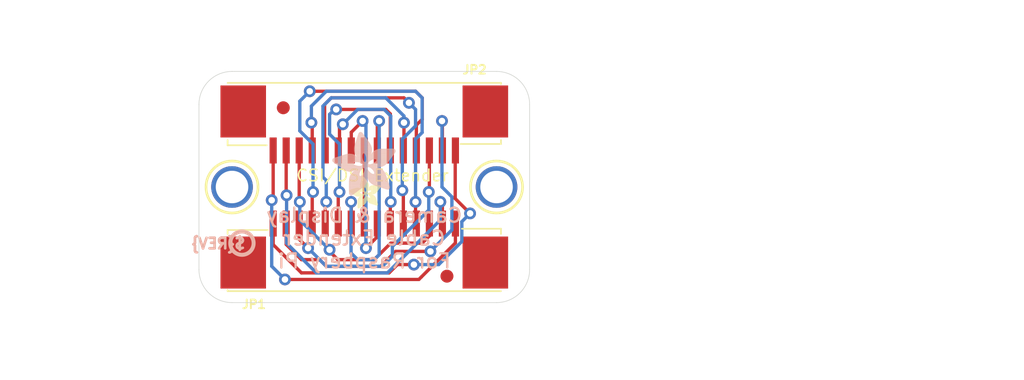
<source format=kicad_pcb>
(kicad_pcb (version 20221018) (generator pcbnew)
  (layers (0 "F.Cu" signal) (31 "B.Cu" signal) (34 "B.Paste" user) (35 "F.Paste" user) (36 "B.SilkS" user "B.Silkscreen") (37 "F.SilkS" user "F.Silkscreen") (38 "B.Mask" user) (39 "F.Mask" user) (44 "Edge.Cuts" user))
  (net 0 "")
  (net 1 "N$1")
  (net 2 "N$2")
  (net 3 "N$3")
  (net 4 "N$4")
  (net 5 "N$5")
  (net 6 "N$6")
  (net 7 "N$7")
  (net 8 "N$8")
  (net 9 "N$9")
  (net 10 "N$10")
  (net 11 "N$11")
  (net 12 "N$12")
  (net 13 "N$13")
  (net 14 "N$14")
  (net 15 "N$15")
  (footprint "working:FIDUCIAL_1MM" (layer "F.Cu") (at 154.8511 111.8616)
    (fp_text reference "FID1" hide)
    (fp_text value "FIDUCIAL_1MM" hide)
    (pad "1" smd roundrect (at 0 0) (size 1 1) (layers "F.Cu" "F.Mask") (roundrect_rratio 0.5))
  )
  (footprint "working:MOUNTINGHOLE_2.5_PLATED" (layer "F.Cu") (at 158.6611 105.0036)
    (fp_text reference "U$3" hide)
    (fp_text value "MOUNTINGHOLE2.5" hide)
    (pad "P$1" thru_hole circle (at 0 0) (size 3.2 3.2) (drill 2.5) (layers "*.Cu" "*.Mask"))
  )
  (footprint "working:FIDUCIAL_1MM" (layer "F.Cu") (at 142.2781 98.9076)
    (fp_text reference "FID2" hide)
    (fp_text value "FIDUCIAL_1MM" hide)
    (pad "1" smd roundrect (at 0 0) (size 1 1) (layers "F.Cu" "F.Mask") (roundrect_rratio 0.5))
  )
  (footprint "working:MOUNTINGHOLE_2.5_PLATED" (layer "F.Cu") (at 138.3411 105.0036)
    (fp_text reference "U$2" hide)
    (fp_text value "MOUNTINGHOLE2.5" hide)
    (pad "P$1" thru_hole circle (at 0 0) (size 3.2 3.2) (drill 2.5) (layers "*.Cu" "*.Mask"))
  )
  (footprint "working:ADAFRUIT_2.5MM" (layer "F.Cu") (at 149.7711 106.6546 90)
    (fp_text reference "U$4" hide)
    (fp_text value "" hide)
  )
  (footprint "working:FPC_15PIN_1.0MM" (layer "F.Cu") (at 148.5011 108.8136)
    (fp_text reference "JP1" (at -9.476 5.603) (layer "F.SilkS") (effects (font (size 0.666496 0.666496) (thickness 0.146304)) (justify left bottom)))
    (fp_text value "")
    (pad "1" smd rect (at -7 -1) (size 0.55 2) (layers "F.Cu" "F.Paste" "F.Mask") (net 1 "N$1"))
    (pad "2" smd rect (at -6 -1) (size 0.55 2) (layers "F.Cu" "F.Paste" "F.Mask") (net 2 "N$2"))
    (pad "3" smd rect (at -5 -1) (size 0.55 2) (layers "F.Cu" "F.Paste" "F.Mask") (net 3 "N$3"))
    (pad "4" smd rect (at -4 -1) (size 0.55 2) (layers "F.Cu" "F.Paste" "F.Mask") (net 4 "N$4"))
    (pad "5" smd rect (at -3 -1) (size 0.55 2) (layers "F.Cu" "F.Paste" "F.Mask") (net 5 "N$5"))
    (pad "6" smd rect (at -2 -1) (size 0.55 2) (layers "F.Cu" "F.Paste" "F.Mask") (net 6 "N$6"))
    (pad "7" smd rect (at -1 -1) (size 0.55 2) (layers "F.Cu" "F.Paste" "F.Mask") (net 7 "N$7"))
    (pad "8" smd rect (at 0 -1) (size 0.55 2) (layers "F.Cu" "F.Paste" "F.Mask") (net 8 "N$8"))
    (pad "9" smd rect (at 1 -1) (size 0.55 2) (layers "F.Cu" "F.Paste" "F.Mask") (net 9 "N$9"))
    (pad "10" smd rect (at 2 -1) (size 0.55 2) (layers "F.Cu" "F.Paste" "F.Mask") (net 10 "N$10"))
    (pad "11" smd rect (at 3 -1) (size 0.55 2) (layers "F.Cu" "F.Paste" "F.Mask") (net 11 "N$11"))
    (pad "12" smd rect (at 4 -1) (size 0.55 2) (layers "F.Cu" "F.Paste" "F.Mask") (net 12 "N$12"))
    (pad "13" smd rect (at 5 -1) (size 0.55 2) (layers "F.Cu" "F.Paste" "F.Mask") (net 13 "N$13"))
    (pad "14" smd rect (at 6 -1) (size 0.55 2) (layers "F.Cu" "F.Paste" "F.Mask") (net 14 "N$14"))
    (pad "15" smd rect (at 7 -1) (size 0.55 2) (layers "F.Cu" "F.Paste" "F.Mask") (net 15 "N$15"))
    (pad "M1" smd rect (at -9.3 2 90) (size 4 3.5) (layers "F.Cu" "F.Paste" "F.Mask"))
    (pad "M2" smd rect (at 9.3 2 90) (size 4 3.5) (layers "F.Cu" "F.Paste" "F.Mask"))
  )
  (footprint "working:FPC_15PIN_1.0MM" (layer "F.Cu") (at 148.5011 101.1936 180)
    (fp_text reference "JP2" (at -9.476 5.603 180) (layer "F.SilkS") (effects (font (size 0.666496 0.666496) (thickness 0.146304)) (justify right top)))
    (fp_text value "")
    (pad "1" smd rect (at -7 -1 180) (size 0.55 2) (layers "F.Cu" "F.Paste" "F.Mask") (net 1 "N$1"))
    (pad "2" smd rect (at -6 -1 180) (size 0.55 2) (layers "F.Cu" "F.Paste" "F.Mask") (net 2 "N$2"))
    (pad "3" smd rect (at -5 -1 180) (size 0.55 2) (layers "F.Cu" "F.Paste" "F.Mask") (net 3 "N$3"))
    (pad "4" smd rect (at -4 -1 180) (size 0.55 2) (layers "F.Cu" "F.Paste" "F.Mask") (net 4 "N$4"))
    (pad "5" smd rect (at -3 -1 180) (size 0.55 2) (layers "F.Cu" "F.Paste" "F.Mask") (net 5 "N$5"))
    (pad "6" smd rect (at -2 -1 180) (size 0.55 2) (layers "F.Cu" "F.Paste" "F.Mask") (net 6 "N$6"))
    (pad "7" smd rect (at -1 -1 180) (size 0.55 2) (layers "F.Cu" "F.Paste" "F.Mask") (net 7 "N$7"))
    (pad "8" smd rect (at 0 -1 180) (size 0.55 2) (layers "F.Cu" "F.Paste" "F.Mask") (net 8 "N$8"))
    (pad "9" smd rect (at 1 -1 180) (size 0.55 2) (layers "F.Cu" "F.Paste" "F.Mask") (net 9 "N$9"))
    (pad "10" smd rect (at 2 -1 180) (size 0.55 2) (layers "F.Cu" "F.Paste" "F.Mask") (net 10 "N$10"))
    (pad "11" smd rect (at 3 -1 180) (size 0.55 2) (layers "F.Cu" "F.Paste" "F.Mask") (net 11 "N$11"))
    (pad "12" smd rect (at 4 -1 180) (size 0.55 2) (layers "F.Cu" "F.Paste" "F.Mask") (net 12 "N$12"))
    (pad "13" smd rect (at 5 -1 180) (size 0.55 2) (layers "F.Cu" "F.Paste" "F.Mask") (net 13 "N$13"))
    (pad "14" smd rect (at 6 -1 180) (size 0.55 2) (layers "F.Cu" "F.Paste" "F.Mask") (net 14 "N$14"))
    (pad "15" smd rect (at 7 -1 180) (size 0.55 2) (layers "F.Cu" "F.Paste" "F.Mask") (net 15 "N$15"))
    (pad "M1" smd rect (at -9.3 2 270) (size 4 3.5) (layers "F.Cu" "F.Paste" "F.Mask"))
    (pad "M2" smd rect (at 9.3 2 270) (size 4 3.5) (layers "F.Cu" "F.Paste" "F.Mask"))
  )
  (footprint "working:PCBFEAT-REV-040" (layer "B.Cu") (at 139.1031 109.3216 180)
    (fp_text reference "U$6" hide)
    (fp_text value "" hide)
    (fp_text user "${REV}" (at -0.3556 -0.508) (layer "B.SilkS") (effects (font (size 0.8128 0.8128) (thickness 0.2032)) (justify left bottom mirror)))
  )
  (footprint "working:ADAFRUIT_5MM" (layer "B.Cu") (at 150.9141 105.6386 180)
    (fp_text reference "U$5" hide)
    (fp_text value "" hide)
  )
  (gr_arc (start 158.6611 96.1136) (mid 160.457151 96.857549) (end 161.2011 98.6536) (stroke (width 0.05)) (layer "Edge.Cuts"))
  (gr_arc (start 135.8011 98.6536) (mid 136.545049 96.857549) (end 138.3411 96.1136) (stroke (width 0.05)) (layer "Edge.Cuts"))
  (gr_line (start 138.3411 113.8936) (end 158.6611 113.8936) (stroke (width 0.05)) (layer "Edge.Cuts"))
  (gr_arc (start 161.2011 111.3536) (mid 160.457151 113.149651) (end 158.6611 113.8936) (stroke (width 0.05)) (layer "Edge.Cuts"))
  (gr_arc (start 138.3411 113.8936) (mid 136.545049 113.149651) (end 135.8011 111.3536) (stroke (width 0.05)) (layer "Edge.Cuts"))
  (gr_line (start 161.2011 111.3536) (end 161.2011 98.6536) (stroke (width 0.05)) (layer "Edge.Cuts"))
  (gr_line (start 135.8011 98.6536) (end 135.8011 111.3536) (stroke (width 0.05)) (layer "Edge.Cuts"))
  (gr_line (start 158.6611 96.1136) (end 138.3411 96.1136) (stroke (width 0.05)) (layer "Edge.Cuts"))
  (gr_text "Camera & Display\nCable Extender\nFor Raspbery Pi" (at 148.5011 108.9406) (layer "B.SilkS") (effects (font (size 1.0922 1.0922) (thickness 0.1778)) (justify mirror)))
  (gr_text "CSI/DSI Extender" (at 149.1361 104.1146) (layer "F.SilkS") (effects (font (size 0.89408 0.89408) (thickness 0.12192))))
  (segment (start 141.5011 109.4336) (end 143.6751 111.6076) (width 0.254) (layer "F.Cu") (net 1))
  (segment (start 143.6751 111.6076) (end 150.4061 111.6076) (width 0.254) (layer "F.Cu") (net 1))
  (segment (start 151.0411 110.9726) (end 152.3111 110.9726) (width 0.254) (layer "F.Cu") (net 1))
  (segment (start 150.4061 111.6076) (end 151.0411 110.9726) (width 0.254) (layer "F.Cu") (net 1))
  (segment (start 155.4861 102.2086) (end 155.5011 102.1936) (width 0.254) (layer "F.Cu") (net 1))
  (segment (start 141.5011 107.8136) (end 141.5011 109.4336) (width 0.254) (layer "F.Cu") (net 1))
  (segment (start 155.4861 105.8926) (end 155.4861 102.2086) (width 0.254) (layer "F.Cu") (net 1))
  (segment (start 156.6291 107.0356) (end 155.4861 105.8926) (width 0.254) (layer "F.Cu") (net 1))
  (via (at 156.6291 107.0356) (size 0.9064) (drill 0.5) (layers "F.Cu" "B.Cu") (net 1))
  (via (at 152.3111 110.9726) (size 0.9064) (drill 0.5) (layers "F.Cu" "B.Cu") (net 1))
  (segment (start 155.9941 107.6706) (end 156.6291 107.0356) (width 0.254) (layer "B.Cu") (net 1))
  (segment (start 152.3111 110.9726) (end 154.2161 110.9726) (width 0.254) (layer "B.Cu") (net 1))
  (segment (start 155.9941 109.1946) (end 155.9941 107.6706) (width 0.254) (layer "B.Cu") (net 1))
  (segment (start 154.2161 110.9726) (end 155.9941 109.1946) (width 0.254) (layer "B.Cu") (net 1))
  (segment (start 143.6751 110.5916) (end 145.0721 110.5916) (width 0.254) (layer "F.Cu") (net 2))
  (segment (start 145.0721 110.5916) (end 145.5801 111.0996) (width 0.254) (layer "F.Cu") (net 2))
  (segment (start 154.4701 99.9236) (end 154.5011 99.9546) (width 0.254) (layer "F.Cu") (net 2))
  (segment (start 154.5011 99.9546) (end 154.5011 102.1936) (width 0.254) (layer "F.Cu") (net 2))
  (segment (start 149.7711 111.0996) (end 150.9141 109.9566) (width 0.254) (layer "F.Cu") (net 2))
  (segment (start 145.5801 111.0996) (end 149.7711 111.0996) (width 0.254) (layer "F.Cu") (net 2))
  (segment (start 150.9141 109.9566) (end 153.5811 109.9566) (width 0.254) (layer "F.Cu") (net 2))
  (segment (start 142.5011 107.8136) (end 142.5011 109.4176) (width 0.254) (layer "F.Cu") (net 2))
  (segment (start 142.5011 109.4176) (end 143.6751 110.5916) (width 0.254) (layer "F.Cu") (net 2))
  (via (at 153.5811 109.9566) (size 0.9064) (drill 0.5) (layers "F.Cu" "B.Cu") (net 2))
  (via (at 154.4701 99.9236) (size 0.9064) (drill 0.5) (layers "F.Cu" "B.Cu") (net 2))
  (segment (start 153.5811 109.9566) (end 155.2321 108.3056) (width 0.254) (layer "B.Cu") (net 2))
  (segment (start 155.2321 108.3056) (end 155.2321 105.7656) (width 0.254) (layer "B.Cu") (net 2))
  (segment (start 155.2321 105.7656) (end 154.4701 105.0036) (width 0.254) (layer "B.Cu") (net 2))
  (segment (start 154.4701 105.0036) (end 154.4701 99.9236) (width 0.254) (layer "B.Cu") (net 2))
  (segment (start 143.5011 107.8136) (end 143.5011 109.0206) (width 0.254) (layer "F.Cu") (net 3))
  (segment (start 153.5011 105.3376) (end 153.4541 105.3846) (width 0.254) (layer "F.Cu") (net 3))
  (segment (start 153.5011 105.3376) (end 153.5011 102.1936) (width 0.254) (layer "F.Cu") (net 3))
  (segment (start 143.5011 109.0206) (end 144.1831 109.7026) (width 0.254) (layer "F.Cu") (net 3))
  (via (at 144.1831 109.7026) (size 0.9064) (drill 0.5) (layers "F.Cu" "B.Cu") (net 3))
  (via (at 153.4541 105.3846) (size 0.9064) (drill 0.5) (layers "F.Cu" "B.Cu") (net 3))
  (segment (start 150.6601 110.3376) (end 150.6601 109.5756) (width 0.254) (layer "B.Cu") (net 3))
  (segment (start 149.8981 111.0996) (end 150.6601 110.3376) (width 0.254) (layer "B.Cu") (net 3))
  (segment (start 153.4541 106.7816) (end 153.4541 105.3846) (width 0.254) (layer "B.Cu") (net 3))
  (segment (start 145.5801 111.0996) (end 149.8981 111.0996) (width 0.254) (layer "B.Cu") (net 3))
  (segment (start 150.6601 109.5756) (end 153.4541 106.7816) (width 0.254) (layer "B.Cu") (net 3))
  (segment (start 144.1831 109.7026) (end 145.5801 111.0996) (width 0.254) (layer "B.Cu") (net 3))
  (segment (start 152.9461 98.1456) (end 152.4381 97.6376) (width 0.254) (layer "F.Cu") (net 4))
  (segment (start 152.4381 97.6376) (end 144.3101 97.6376) (width 0.254) (layer "F.Cu") (net 4))
  (segment (start 152.9461 99.7966) (end 152.9461 98.1456) (width 0.254) (layer "F.Cu") (net 4))
  (segment (start 144.5011 105.4476) (end 144.5011 107.8136) (width 0.254) (layer "F.Cu") (net 4))
  (segment (start 152.5011 102.1936) (end 152.5011 100.2416) (width 0.254) (layer "F.Cu") (net 4))
  (segment (start 144.5641 105.3846) (end 144.5011 105.4476) (width 0.254) (layer "F.Cu") (net 4))
  (segment (start 152.5011 100.2416) (end 152.9461 99.7966) (width 0.254) (layer "F.Cu") (net 4))
  (via (at 144.5641 105.3846) (size 0.9064) (drill 0.5) (layers "F.Cu" "B.Cu") (net 4))
  (via (at 144.3101 97.6376) (size 0.9064) (drill 0.5) (layers "F.Cu" "B.Cu") (net 4))
  (segment (start 144.3101 97.6376) (end 143.5481 98.3996) (width 0.254) (layer "B.Cu") (net 4))
  (segment (start 143.5481 98.3996) (end 143.5481 100.6856) (width 0.254) (layer "B.Cu") (net 4))
  (segment (start 144.5641 101.7016) (end 144.5641 105.3846) (width 0.254) (layer "B.Cu") (net 4))
  (segment (start 143.5481 100.6856) (end 144.5641 101.7016) (width 0.254) (layer "B.Cu") (net 4))
  (segment (start 151.5491 102.1456) (end 151.5491 100.0506) (width 0.254) (layer "F.Cu") (net 5))
  (segment (start 145.5011 106.2256) (end 145.5011 107.8136) (width 0.254) (layer "F.Cu") (net 5))
  (segment (start 151.5011 102.1936) (end 151.5491 102.1456) (width 0.254) (layer "F.Cu") (net 5))
  (segment (start 145.5801 106.1466) (end 145.5011 106.2256) (width 0.254) (layer "F.Cu") (net 5))
  (via (at 145.5801 106.1466) (size 0.9064) (drill 0.5) (layers "F.Cu" "B.Cu") (net 5))
  (via (at 151.5491 100.0506) (size 0.9064) (drill 0.5) (layers "F.Cu" "B.Cu") (net 5))
  (segment (start 150.1521 98.1456) (end 145.9611 98.1456) (width 0.254) (layer "B.Cu") (net 5))
  (segment (start 145.9611 98.1456) (end 145.3261 98.7806) (width 0.254) (layer "B.Cu") (net 5))
  (segment (start 151.5491 100.0506) (end 151.5491 99.5426) (width 0.254) (layer "B.Cu") (net 5))
  (segment (start 145.5801 104.4956) (end 145.5801 106.1466) (width 0.254) (layer "B.Cu") (net 5))
  (segment (start 151.5491 99.5426) (end 150.1521 98.1456) (width 0.254) (layer "B.Cu") (net 5))
  (segment (start 145.3261 104.2416) (end 145.5801 104.4956) (width 0.254) (layer "B.Cu") (net 5))
  (segment (start 145.3261 98.7806) (end 145.3261 104.2416) (width 0.254) (layer "B.Cu") (net 5))
  (segment (start 150.5011 99.3836) (end 150.1521 99.0346) (width 0.254) (layer "F.Cu") (net 6))
  (segment (start 150.1521 99.0346) (end 146.3421 99.0346) (width 0.254) (layer "F.Cu") (net 6))
  (segment (start 146.5011 107.8136) (end 146.5011 105.4796) (width 0.254) (layer "F.Cu") (net 6))
  (segment (start 150.5011 102.1936) (end 150.5011 99.3836) (width 0.254) (layer "F.Cu") (net 6))
  (segment (start 146.5011 105.4796) (end 146.5961 105.3846) (width 0.254) (layer "F.Cu") (net 6))
  (via (at 146.3421 99.0346) (size 0.9064) (drill 0.5) (layers "F.Cu" "B.Cu") (net 6))
  (via (at 146.5961 105.3846) (size 0.9064) (drill 0.5) (layers "F.Cu" "B.Cu") (net 6))
  (segment (start 145.8341 100.9396) (end 146.5961 101.7016) (width 0.254) (layer "B.Cu") (net 6))
  (segment (start 146.3421 98.9076) (end 145.8341 99.4156) (width 0.254) (layer "B.Cu") (net 6))
  (segment (start 146.3421 99.0346) (end 146.3421 98.9076) (width 0.254) (layer "B.Cu") (net 6))
  (segment (start 146.5961 101.7016) (end 146.5961 105.3846) (width 0.254) (layer "B.Cu") (net 6))
  (segment (start 145.8341 99.4156) (end 145.8341 100.9396) (width 0.254) (layer "B.Cu") (net 6))
  (segment (start 147.5011 107.8136) (end 147.5011 106.1626) (width 0.254) (layer "F.Cu") (net 7))
  (segment (start 147.5011 106.1626) (end 147.4851 106.1466) (width 0.254) (layer "F.Cu") (net 7))
  (segment (start 149.5011 100.0666) (end 149.6441 99.9236) (width 0.254) (layer "F.Cu") (net 7))
  (segment (start 149.5011 102.1936) (end 149.5011 100.0666) (width 0.254) (layer "F.Cu") (net 7))
  (via (at 149.6441 99.9236) (size 0.9064) (drill 0.5) (layers "F.Cu" "B.Cu") (net 7))
  (via (at 147.4851 106.1466) (size 0.9064) (drill 0.5) (layers "F.Cu" "B.Cu") (net 7))
  (segment (start 149.2631 110.5916) (end 147.9931 110.5916) (width 0.254) (layer "B.Cu") (net 7))
  (segment (start 149.6441 99.9236) (end 149.6441 110.2106) (width 0.254) (layer "B.Cu") (net 7))
  (segment (start 149.6441 110.2106) (end 149.2631 110.5916) (width 0.254) (layer "B.Cu") (net 7))
  (segment (start 147.4851 110.0836) (end 147.4851 106.1466) (width 0.254) (layer "B.Cu") (net 7))
  (segment (start 147.9931 110.5916) (end 147.4851 110.0836) (width 0.254) (layer "B.Cu") (net 7))
  (segment (start 148.5011 107.8136) (end 148.5011 102.1936) (width 0.254) (layer "F.Cu") (net 8))
  (segment (start 149.5011 107.8136) (end 149.5011 108.8296) (width 0.254) (layer "F.Cu") (net 9))
  (segment (start 148.3741 99.9236) (end 147.5011 100.7966) (width 0.254) (layer "F.Cu") (net 9))
  (segment (start 149.5011 108.8296) (end 148.6281 109.7026) (width 0.254) (layer "F.Cu") (net 9))
  (segment (start 147.5011 100.7966) (end 147.5011 102.1936) (width 0.254) (layer "F.Cu") (net 9))
  (via (at 148.3741 99.9236) (size 0.9064) (drill 0.5) (layers "F.Cu" "B.Cu") (net 9))
  (via (at 148.6281 109.7026) (size 0.9064) (drill 0.5) (layers "F.Cu" "B.Cu") (net 9))
  (segment (start 148.6281 100.1776) (end 148.6281 109.7026) (width 0.254) (layer "B.Cu") (net 9))
  (segment (start 148.6281 100.1776) (end 148.3741 99.9236) (width 0.254) (layer "B.Cu") (net 9))
  (segment (start 146.5961 102.0986) (end 146.5961 100.4316) (width 0.254) (layer "F.Cu") (net 10))
  (segment (start 150.5331 106.1466) (end 150.5011 106.1786) (width 0.254) (layer "F.Cu") (net 10))
  (segment (start 150.5011 106.1786) (end 150.5011 107.8136) (width 0.254) (layer "F.Cu") (net 10))
  (segment (start 146.5961 100.4316) (end 146.8501 100.1776) (width 0.254) (layer "F.Cu") (net 10))
  (segment (start 146.5011 102.1936) (end 146.5961 102.0986) (width 0.254) (layer "F.Cu") (net 10))
  (via (at 150.5331 106.1466) (size 0.9064) (drill 0.5) (layers "F.Cu" "B.Cu") (net 10))
  (via (at 146.8501 100.1776) (size 0.9064) (drill 0.5) (layers "F.Cu" "B.Cu") (net 10))
  (segment (start 147.9931 99.0346) (end 150.0251 99.0346) (width 0.254) (layer "B.Cu") (net 10))
  (segment (start 150.5331 99.5426) (end 150.5331 106.1466) (width 0.254) (layer "B.Cu") (net 10))
  (segment (start 146.8501 100.1776) (end 147.9931 99.0346) (width 0.254) (layer "B.Cu") (net 10))
  (segment (start 150.0251 99.0346) (end 150.5331 99.5426) (width 0.254) (layer "B.Cu") (net 10))
  (segment (start 151.5011 105.3366) (end 151.5011 107.8136) (width 0.254) (layer "F.Cu") (net 11))
  (segment (start 145.4531 102.1456) (end 145.4531 98.6536) (width 0.254) (layer "F.Cu") (net 11))
  (segment (start 145.9611 98.1456) (end 151.5491 98.1456) (width 0.254) (layer "F.Cu") (net 11))
  (segment (start 145.5011 102.1936) (end 145.4531 102.1456) (width 0.254) (layer "F.Cu") (net 11))
  (segment (start 151.5491 98.1456) (end 151.9301 98.5266) (width 0.254) (layer "F.Cu") (net 11))
  (segment (start 151.4221 105.2576) (end 151.5011 105.3366) (width 0.254) (layer "F.Cu") (net 11))
  (segment (start 145.4531 98.6536) (end 145.9611 98.1456) (width 0.254) (layer "F.Cu") (net 11))
  (via (at 151.4221 105.2576) (size 0.9064) (drill 0.5) (layers "F.Cu" "B.Cu") (net 11))
  (via (at 151.9301 98.5266) (size 0.9064) (drill 0.5) (layers "F.Cu" "B.Cu") (net 11))
  (segment (start 152.4381 99.0346) (end 152.4381 100.3046) (width 0.254) (layer "B.Cu") (net 11))
  (segment (start 151.9301 98.5266) (end 152.4381 99.0346) (width 0.254) (layer "B.Cu") (net 11))
  (segment (start 151.4221 101.3206) (end 151.4221 105.2576) (width 0.254) (layer "B.Cu") (net 11))
  (segment (start 152.4381 100.3046) (end 151.4221 101.3206) (width 0.254) (layer "B.Cu") (net 11))
  (segment (start 152.4381 107.7506) (end 152.4381 106.1466) (width 0.254) (layer "F.Cu") (net 12))
  (segment (start 144.5011 100.1146) (end 144.5011 102.1936) (width 0.254) (layer "F.Cu") (net 12))
  (segment (start 152.5011 107.8136) (end 152.4381 107.7506) (width 0.254) (layer "F.Cu") (net 12))
  (segment (start 144.4371 100.0506) (end 144.5011 100.1146) (width 0.254) (layer "F.Cu") (net 12))
  (via (at 144.4371 100.0506) (size 0.9064) (drill 0.5) (layers "F.Cu" "B.Cu") (net 12))
  (via (at 152.4381 106.1466) (size 0.9064) (drill 0.5) (layers "F.Cu" "B.Cu") (net 12))
  (segment (start 152.9461 100.8126) (end 152.9461 98.1456) (width 0.254) (layer "B.Cu") (net 12))
  (segment (start 144.4371 98.7806) (end 144.4371 100.0506) (width 0.254) (layer "B.Cu") (net 12))
  (segment (start 152.4381 97.6376) (end 145.5801 97.6376) (width 0.254) (layer "B.Cu") (net 12))
  (segment (start 152.9461 98.1456) (end 152.4381 97.6376) (width 0.254) (layer "B.Cu") (net 12))
  (segment (start 152.4381 106.1466) (end 152.4381 101.3206) (width 0.254) (layer "B.Cu") (net 12))
  (segment (start 145.5801 97.6376) (end 144.4371 98.7806) (width 0.254) (layer "B.Cu") (net 12))
  (segment (start 152.4381 101.3206) (end 152.9461 100.8126) (width 0.254) (layer "B.Cu") (net 12))
  (segment (start 149.2631 110.5916) (end 146.4691 110.5916) (width 0.254) (layer "F.Cu") (net 13))
  (segment (start 152.9461 109.3216) (end 150.5331 109.3216) (width 0.254) (layer "F.Cu") (net 13))
  (segment (start 143.5011 106.0996) (end 143.5011 102.1936) (width 0.254) (layer "F.Cu") (net 13))
  (segment (start 145.8341 109.9566) (end 145.8341 109.8296) (width 0.254) (layer "F.Cu") (net 13))
  (segment (start 153.5011 108.7666) (end 152.9461 109.3216) (width 0.254) (layer "F.Cu") (net 13))
  (segment (start 146.4691 110.5916) (end 145.8341 109.9566) (width 0.254) (layer "F.Cu") (net 13))
  (segment (start 150.5331 109.3216) (end 149.2631 110.5916) (width 0.254) (layer "F.Cu") (net 13))
  (segment (start 143.5481 106.1466) (end 143.5011 106.0996) (width 0.254) (layer "F.Cu") (net 13))
  (segment (start 153.5011 107.8136) (end 153.5011 108.7666) (width 0.254) (layer "F.Cu") (net 13))
  (via (at 143.5481 106.1466) (size 0.9064) (drill 0.5) (layers "F.Cu" "B.Cu") (net 13))
  (via (at 145.8341 109.8296) (size 0.9064) (drill 0.5) (layers "F.Cu" "B.Cu") (net 13))
  (segment (start 143.5481 107.5436) (end 143.5481 106.1466) (width 0.254) (layer "B.Cu") (net 13))
  (segment (start 145.8341 109.8296) (end 143.5481 107.5436) (width 0.254) (layer "B.Cu") (net 13))
  (segment (start 142.5011 105.6076) (end 142.5321 105.6386) (width 0.254) (layer "F.Cu") (net 14))
  (segment (start 154.5011 107.8136) (end 154.5011 106.3046) (width 0.254) (layer "F.Cu") (net 14))
  (segment (start 142.5011 102.1936) (end 142.5011 105.6076) (width 0.254) (layer "F.Cu") (net 14))
  (segment (start 154.5011 106.3046) (end 154.3431 106.1466) (width 0.254) (layer "F.Cu") (net 14))
  (via (at 154.3431 106.1466) (size 0.9064) (drill 0.5) (layers "F.Cu" "B.Cu") (net 14))
  (via (at 142.5321 105.6386) (size 0.9064) (drill 0.5) (layers "F.Cu" "B.Cu") (net 14))
  (segment (start 144.8181 111.6076) (end 142.5321 109.3216) (width 0.254) (layer "B.Cu") (net 14))
  (segment (start 142.5321 109.3216) (end 142.5321 105.6386) (width 0.254) (layer "B.Cu") (net 14))
  (segment (start 154.3431 107.5436) (end 150.2791 111.6076) (width 0.254) (layer "B.Cu") (net 14))
  (segment (start 154.3431 106.1466) (end 154.3431 107.5436) (width 0.254) (layer "B.Cu") (net 14))
  (segment (start 150.2791 111.6076) (end 144.8181 111.6076) (width 0.254) (layer "B.Cu") (net 14))
  (segment (start 155.5011 107.8136) (end 155.5011 109.3066) (width 0.254) (layer "F.Cu") (net 15))
  (segment (start 141.5011 105.9076) (end 141.3891 106.0196) (width 0.254) (layer "F.Cu") (net 15))
  (segment (start 155.5011 109.3066) (end 152.8826 111.9251) (width 0.254) (layer "F.Cu") (net 15))
  (segment (start 142.4051 112.1156) (end 152.6921 112.1156) (width 0.254) (layer "F.Cu") (net 15))
  (segment (start 141.5011 105.9076) (end 141.5011 102.1936) (width 0.254) (layer "F.Cu") (net 15))
  (segment (start 152.6921 112.1156) (end 152.8826 111.9251) (width 0.254) (layer "F.Cu") (net 15))
  (via (at 141.3891 106.0196) (size 0.9064) (drill 0.5) (layers "F.Cu" "B.Cu") (net 15))
  (via (at 142.4051 112.1156) (size 0.9064) (drill 0.5) (layers "F.Cu" "B.Cu") (net 15))
  (segment (start 141.3891 106.0196) (end 141.3891 111.0996) (width 0.254) (layer "B.Cu") (net 15))
  (segment (start 141.3891 111.0996) (end 142.4051 112.1156) (width 0.254) (layer "B.Cu") (net 15))
)
</source>
